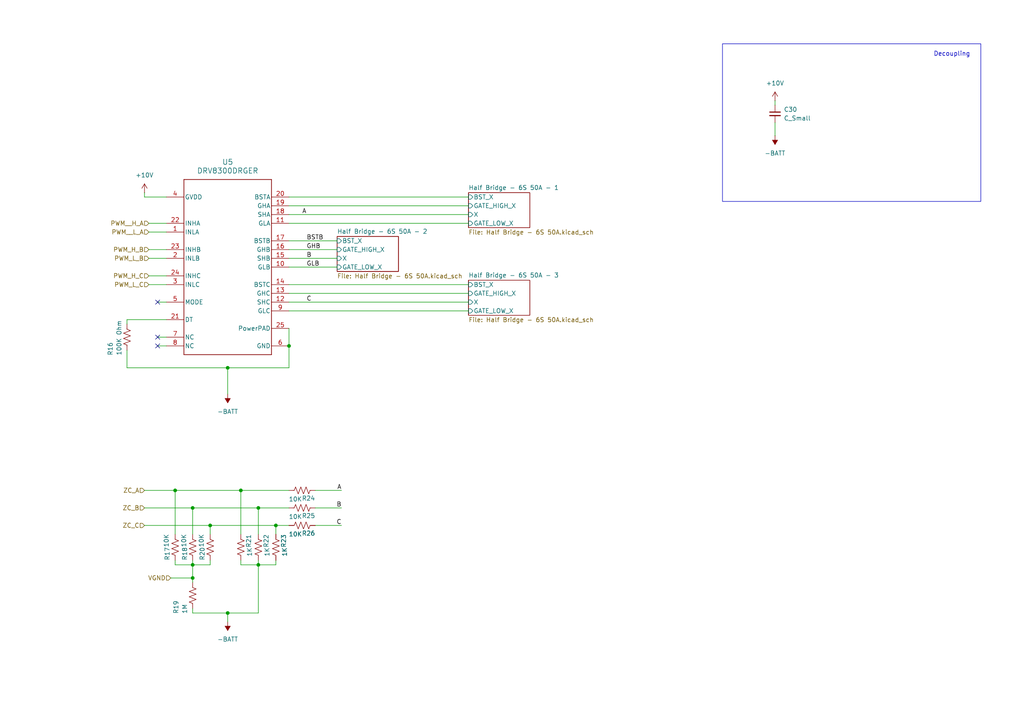
<source format=kicad_sch>
(kicad_sch (version 20231120) (generator "eeschema") (generator_version "8.0")
  (paper "A4")
  (lib_symbols
    (symbol "+10V_1" (power) (pin_numbers hide) (pin_names (offset 0) hide)
      (property "Value" "+10V" (at 0 5.08 0))
      (symbol "+10V_1_0_1"
        (polyline (pts (xy -0.762 1.27) (xy 0 2.54)))
        (polyline (pts (xy 0 0) (xy 0 2.54)))
        (polyline (pts (xy 0 2.54) (xy 0.762 1.27)))
      )
      (symbol "+10V_1_1_1"
        (pin power_out line (at 0 0 90) (length 0) (name "~") (number "1"))
      )
    )
    (symbol "-BATT_2" (power) (pin_numbers hide) (pin_names (offset 0) hide)
      (property "Value" "-BATT" (at 0 3.556 0))
      (symbol "-BATT_2_0_1"
        (polyline (pts (xy 0 0) (xy 0 2.54)))
        (polyline (pts (xy 0.762 1.27) (xy -0.762 1.27) (xy 0 2.54) (xy 0.762 1.27)) (fill (type outline)))
      )
      (symbol "-BATT_2_1_1"
        (pin power_in line (at 0 0 90) (length 0) (name "~") (number "1"))
      )
    )
    (symbol "Device:C_Small" (pin_numbers hide) (pin_names (offset 0.254) hide)
      (property "Reference" "C" (at 0.254 1.778 0))
      (property "Value" "C_Small" (at 0.254 -2.032 0))
      (symbol "C_Small_0_1"
        (polyline (pts (xy -1.524 -0.508) (xy 1.524 -0.508)) (stroke (width 0.3302)))
        (polyline (pts (xy -1.524 0.508) (xy 1.524 0.508)) (stroke (width 0.3048)))
      )
      (symbol "C_Small_1_1"
        (pin passive line (at 0 2.54 270) (length 2.032) (name "~") (number "1"))
        (pin passive line (at 0 -2.54 90) (length 2.032) (name "~") (number "2"))
      )
    )
    (symbol "Device:R_US" (pin_numbers hide) (pin_names (offset 0))
      (property "Reference" "R" (at 2.54 0 90))
      (property "Value" "R_US" (at -2.54 0 90))
      (symbol "R_US_0_1"
        (polyline (pts (xy 0 -2.286) (xy 0 -2.54)))
        (polyline (pts (xy 0 2.286) (xy 0 2.54)))
        (polyline (pts (xy 0 -0.762) (xy 1.016 -1.143) (xy 0 -1.524) (xy -1.016 -1.905) (xy 0 -2.286)))
        (polyline (pts (xy 0 0.762) (xy 1.016 0.381) (xy 0 0) (xy -1.016 -0.381) (xy 0 -0.762)))
        (polyline (pts (xy 0 2.286) (xy 1.016 1.905) (xy 0 1.524) (xy -1.016 1.143) (xy 0 0.762)))
      )
      (symbol "R_US_1_1"
        (pin passive line (at 0 3.81 270) (length 1.27) (name "~") (number "1"))
        (pin passive line (at 0 -3.81 90) (length 1.27) (name "~") (number "2"))
      )
    )
    (symbol "Ti Driver:DRV8300DRGER" (pin_names (offset 0.254))
      (property "Reference" "U1" (at 17.78 10.16 0))
      (property "Value" "DRV8300DRGER" (at 17.78 7.62 0))
      (symbol "DRV8300DRGER_0_1"
        (polyline (pts (xy 5.08 -45.72) (xy 30.48 -45.72)) (stroke (width 0.2032)))
        (polyline (pts (xy 5.08 5.08) (xy 5.08 -45.72)) (stroke (width 0.2032)))
        (polyline (pts (xy 30.48 -45.72) (xy 30.48 5.08)) (stroke (width 0.2032)))
        (polyline (pts (xy 30.48 5.08) (xy 5.08 5.08)) (stroke (width 0.2032)))
        (pin input line (at 0 -10.16 0) (length 5.08) (name "INLA") (number "1"))
        (pin output line (at 35.56 -20.32 180) (length 5.08) (name "GLB") (number "10"))
        (pin output line (at 35.56 -7.62 180) (length 5.08) (name "GLA") (number "11"))
        (pin input line (at 35.56 -30.48 180) (length 5.08) (name "SHC") (number "12"))
        (pin output line (at 35.56 -27.94 180) (length 5.08) (name "GHC") (number "13"))
        (pin output line (at 35.56 -25.4 180) (length 5.08) (name "BSTC") (number "14"))
        (pin input line (at 35.56 -17.78 180) (length 5.08) (name "SHB") (number "15"))
        (pin output line (at 35.56 -15.24 180) (length 5.08) (name "GHB") (number "16"))
        (pin output line (at 35.56 -12.7 180) (length 5.08) (name "BSTB") (number "17"))
        (pin input line (at 35.56 -5.08 180) (length 5.08) (name "SHA") (number "18"))
        (pin output line (at 35.56 -2.54 180) (length 5.08) (name "GHA") (number "19"))
        (pin input line (at 0 -17.78 0) (length 5.08) (name "INLB") (number "2"))
        (pin output line (at 35.56 0 180) (length 5.08) (name "BSTA") (number "20"))
        (pin input line (at 0 -35.56 0) (length 5.08) (name "DT") (number "21"))
        (pin input line (at 0 -7.62 0) (length 5.08) (name "INHA") (number "22"))
        (pin input line (at 0 -15.24 0) (length 5.08) (name "INHB") (number "23"))
        (pin input line (at 0 -22.86 0) (length 5.08) (name "INHC") (number "24"))
        (pin power_in line (at 35.56 -38.1 180) (length 5.08) (name "PowerPAD") (number "25"))
        (pin input line (at 0 -25.4 0) (length 5.08) (name "INLC") (number "3"))
        (pin power_in line (at 0 0 0) (length 5.08) (name "GVDD") (number "4"))
        (pin input line (at 0 -30.48 0) (length 5.08) (name "MODE") (number "5"))
        (pin power_in line (at 35.56 -43.18 180) (length 5.08) (name "GND") (number "6"))
        (pin unspecified line (at 0 -40.64 0) (length 5.08) (name "NC") (number "7"))
        (pin unspecified line (at 0 -43.18 0) (length 5.08) (name "NC") (number "8"))
        (pin output line (at 35.56 -33.02 180) (length 5.08) (name "GLC") (number "9"))
      )
    )
    (symbol "power:+10V" (power) (pin_numbers hide) (pin_names (offset 0) hide)
      (property "Value" "+10V" (at 0 3.556 0))
      (symbol "+10V_0_1"
        (polyline (pts (xy -0.762 1.27) (xy 0 2.54)))
        (polyline (pts (xy 0 0) (xy 0 2.54)))
        (polyline (pts (xy 0 2.54) (xy 0.762 1.27)))
      )
      (symbol "+10V_1_1"
        (pin power_in line (at 0 0 90) (length 0) (name "~") (number "1"))
      )
    )
    (symbol "power:-BATT" (power) (pin_numbers hide) (pin_names (offset 0) hide)
      (property "Value" "-BATT" (at 0 3.556 0))
      (symbol "-BATT_0_1"
        (polyline (pts (xy 0 0) (xy 0 2.54)))
        (polyline (pts (xy 0.762 1.27) (xy -0.762 1.27) (xy 0 2.54) (xy 0.762 1.27)) (fill (type outline)))
      )
      (symbol "-BATT_1_1"
        (pin power_in line (at 0 0 90) (length 0) (name "~") (number "1"))
      )
    )
  )
  (junction (at 83.82 100.33))
  (junction (at 80.01 152.4))
  (junction (at 55.88 147.32))
  (junction (at 55.88 167.64))
  (junction (at 55.88 163.83))
  (junction (at 60.96 152.4))
  (junction (at 50.8 142.24))
  (junction (at 69.85 142.24))
  (junction (at 74.93 163.83))
  (junction (at 74.93 147.32))
  (junction (at 66.04 106.68))
  (junction (at 66.04 177.8))
  (no_connect (at 45.72 87.63))
  (no_connect (at 45.72 97.79))
  (no_connect (at 45.72 100.33))
  (wire (pts (xy 83.82 95.25) (xy 83.82 100.33)))
  (wire (pts (xy 74.93 163.83) (xy 80.01 163.83)))
  (wire (pts (xy 69.85 163.83) (xy 74.93 163.83)))
  (wire (pts (xy 224.79 39.37) (xy 224.79 35.56)))
  (wire (pts (xy 83.82 90.17) (xy 135.89 90.17)))
  (wire (pts (xy 83.82 74.93) (xy 97.79 74.93)))
  (wire (pts (xy 41.91 152.4) (xy 60.96 152.4)))
  (wire (pts (xy 49.53 167.64) (xy 55.88 167.64)))
  (wire (pts (xy 69.85 142.24) (xy 83.82 142.24)))
  (wire (pts (xy 83.82 72.39) (xy 97.79 72.39)))
  (wire (pts (xy 83.82 59.69) (xy 135.89 59.69)))
  (wire (pts (xy 66.04 177.8) (xy 66.04 180.34)))
  (wire (pts (xy 80.01 162.56) (xy 80.01 163.83)))
  (wire (pts (xy 83.82 69.85) (xy 97.79 69.85)))
  (wire (pts (xy 55.88 162.56) (xy 55.88 163.83)))
  (wire (pts (xy 43.18 82.55) (xy 48.26 82.55)))
  (wire (pts (xy 66.04 114.3) (xy 66.04 106.68)))
  (wire (pts (xy 83.82 87.63) (xy 135.89 87.63)))
  (wire (pts (xy 66.04 106.68) (xy 83.82 106.68)))
  (wire (pts (xy 43.18 72.39) (xy 48.26 72.39)))
  (wire (pts (xy 45.72 87.63) (xy 48.26 87.63)))
  (wire (pts (xy 41.91 147.32) (xy 55.88 147.32)))
  (wire (pts (xy 41.91 142.24) (xy 50.8 142.24)))
  (wire (pts (xy 60.96 152.4) (xy 60.96 154.94)))
  (wire (pts (xy 55.88 147.32) (xy 55.88 154.94)))
  (wire (pts (xy 43.18 67.31) (xy 48.26 67.31)))
  (wire (pts (xy 74.93 162.56) (xy 74.93 163.83)))
  (wire (pts (xy 55.88 176.53) (xy 55.88 177.8)))
  (wire (pts (xy 69.85 162.56) (xy 69.85 163.83)))
  (wire (pts (xy 41.91 57.15) (xy 48.26 57.15)))
  (wire (pts (xy 80.01 152.4) (xy 83.82 152.4)))
  (wire (pts (xy 50.8 142.24) (xy 69.85 142.24)))
  (wire (pts (xy 224.79 29.21) (xy 224.79 30.48)))
  (wire (pts (xy 83.82 64.77) (xy 135.89 64.77)))
  (wire (pts (xy 36.83 92.71) (xy 48.26 92.71)))
  (wire (pts (xy 83.82 57.15) (xy 135.89 57.15)))
  (wire (pts (xy 60.96 152.4) (xy 80.01 152.4)))
  (wire (pts (xy 74.93 147.32) (xy 74.93 154.94)))
  (wire (pts (xy 50.8 163.83) (xy 55.88 163.83)))
  (wire (pts (xy 91.44 147.32) (xy 99.06 147.32)))
  (wire (pts (xy 43.18 80.01) (xy 48.26 80.01)))
  (wire (pts (xy 55.88 177.8) (xy 66.04 177.8)))
  (wire (pts (xy 55.88 163.83) (xy 60.96 163.83)))
  (wire (pts (xy 55.88 167.64) (xy 55.88 168.91)))
  (wire (pts (xy 36.83 92.71) (xy 36.83 93.98)))
  (wire (pts (xy 45.72 97.79) (xy 48.26 97.79)))
  (wire (pts (xy 74.93 177.8) (xy 66.04 177.8)))
  (wire (pts (xy 43.18 74.93) (xy 48.26 74.93)))
  (wire (pts (xy 50.8 142.24) (xy 50.8 154.94)))
  (wire (pts (xy 91.44 142.24) (xy 99.06 142.24)))
  (wire (pts (xy 36.83 106.68) (xy 66.04 106.68)))
  (wire (pts (xy 74.93 163.83) (xy 74.93 177.8)))
  (wire (pts (xy 41.91 55.88) (xy 41.91 57.15)))
  (wire (pts (xy 74.93 147.32) (xy 83.82 147.32)))
  (wire (pts (xy 69.85 142.24) (xy 69.85 154.94)))
  (wire (pts (xy 50.8 162.56) (xy 50.8 163.83)))
  (wire (pts (xy 83.82 85.09) (xy 135.89 85.09)))
  (wire (pts (xy 83.82 62.23) (xy 135.89 62.23)))
  (wire (pts (xy 83.82 77.47) (xy 97.79 77.47)))
  (wire (pts (xy 91.44 152.4) (xy 99.06 152.4)))
  (wire (pts (xy 83.82 106.68) (xy 83.82 100.33)))
  (wire (pts (xy 43.18 64.77) (xy 48.26 64.77)))
  (wire (pts (xy 36.83 101.6) (xy 36.83 106.68)))
  (wire (pts (xy 60.96 162.56) (xy 60.96 163.83)))
  (wire (pts (xy 55.88 163.83) (xy 55.88 167.64)))
  (wire (pts (xy 45.72 100.33) (xy 48.26 100.33)))
  (wire (pts (xy 55.88 147.32) (xy 74.93 147.32)))
  (wire (pts (xy 83.82 82.55) (xy 135.89 82.55)))
  (wire (pts (xy 80.01 152.4) (xy 80.01 154.94)))
  (rectangle (start 209.55 12.7) (end 284.48 58.42))
  (text "Decoupling\n" (at 276.098 15.748 0) (effects (font (size 1.27 1.27))))
  (label "GHB" (at 88.9 72.39 0))
  (label "BSTB" (at 88.9 69.85 0))
  (label "A" (at 88.9 62.23 180))
  (label "GLB" (at 88.9 77.47 0))
  (label "C" (at 88.9 87.63 0))
  (label "B" (at 99.06 147.32 180))
  (label "B" (at 88.9 74.93 0))
  (label "C" (at 99.06 152.4 180))
  (label "A" (at 99.06 142.24 180))
  (hierarchical_label "ZC_B" (shape input) (at 41.91 147.32 180))
  (hierarchical_label "PWM_H_C" (shape input) (at 43.18 80.01 180))
  (hierarchical_label "ZC_A" (shape input) (at 41.91 142.24 180))
  (hierarchical_label "PWM__H_A" (shape input) (at 43.18 64.77 180))
  (hierarchical_label "PWM_L_C" (shape input) (at 43.18 82.55 180))
  (hierarchical_label "PWM_L_B" (shape input) (at 43.18 74.93 180))
  (hierarchical_label "ZC_C" (shape input) (at 41.91 152.4 180))
  (hierarchical_label "VGND" (shape input) (at 49.53 167.64 180))
  (hierarchical_label "PWM__L_A" (shape input) (at 43.18 67.31 180))
  (hierarchical_label "PWM_H_B" (shape input) (at 43.18 72.39 180))
  (symbol (lib_id "Device:R_US") (at 69.85 158.75 180) (unit 1)
    (property "Reference" "R8" (at 72.136 154.94 90) (effects (justify left)))
    (property "Value" "1K" (at 72.39 158.75 90) (effects (justify left)))
    (property "Footprint" "Resistor_SMD:R_0402_1005Metric" (effects (hide yes)))
    (property "Description" "Resistor, US symbol" (effects (hide yes)))
    (instances (project "ESC" (path "" (reference "R21") (unit 1)) (path "" (reference "R8") (unit 1)) (path "" (reference "R47") (unit 1)) (path "" (reference "R34") (unit 1))))
  )
  (symbol (lib_name "+10V_1") (lib_id "power:+10V") (at 41.91 55.88 0) (unit 1)
    (property "Reference" "#PWR021" (effects (hide yes)))
    (property "Value" "+10V" (at 41.91 50.8 0))
    (property "Description" "Power symbol creates a global label with name \"+10V\"" (effects (hide yes)))
    (instances (project "ESC" (path "" (reference "#PWR038") (unit 1)) (path "" (reference "#PWR021") (unit 1)) (path "" (reference "#PWR072") (unit 1)) (path "" (reference "#PWR055") (unit 1))))
  )
  (symbol (lib_id "Ti Driver:DRV8300DRGER") (at 48.26 57.15 0) (unit 1)
    (property "Reference" "U3" (at 66.04 46.99 0) (effects (font (size 1.524 1.524))))
    (property "Value" "DRV8300DRGER" (at 66.04 49.53 0) (effects (font (size 1.524 1.524))))
    (property "Footprint" "TI Driver:RGE0024B-MFG" (effects (hide yes)))
    (property "Datasheet" "DRV8300DRGER" (effects (hide yes)))
    (instances (project "ESC" (path "" (reference "U5") (unit 1)) (path "" (reference "U3") (unit 1)) (path "" (reference "U9") (unit 1)) (path "" (reference "U7") (unit 1))))
  )
  (symbol (lib_id "Device:R_US") (at 60.96 158.75 0) (unit 1)
    (property "Reference" "R7" (at 58.674 162.56 90) (effects (justify left)))
    (property "Value" "10K" (at 58.42 158.75 90) (effects (justify left)))
    (property "Footprint" "Resistor_SMD:R_0402_1005Metric" (effects (hide yes)))
    (property "Description" "Resistor, US symbol" (effects (hide yes)))
    (instances (project "ESC" (path "" (reference "R20") (unit 1)) (path "" (reference "R7") (unit 1)) (path "" (reference "R46") (unit 1)) (path "" (reference "R33") (unit 1))))
  )
  (symbol (lib_id "Device:R_US") (at 87.63 152.4 90) (unit 1)
    (property "Reference" "R13" (at 91.44 154.686 90) (effects (justify left)))
    (property "Value" "10K" (at 87.63 154.94 90) (effects (justify left)))
    (property "Footprint" "Resistor_SMD:R_0402_1005Metric" (effects (hide yes)))
    (property "Description" "Resistor, US symbol" (effects (hide yes)))
    (instances (project "ESC" (path "" (reference "R26") (unit 1)) (path "" (reference "R13") (unit 1)) (path "" (reference "R52") (unit 1)) (path "" (reference "R39") (unit 1))))
  )
  (symbol (lib_id "Device:R_US") (at 36.83 97.79 0) (unit 1)
    (property "Reference" "R3" (at 32.004 103.124 90) (effects (justify left)))
    (property "Value" "100K Ohm" (at 34.544 103.124 90) (effects (justify left)))
    (property "Footprint" "Resistor_SMD:R_0402_1005Metric" (effects (hide yes)))
    (property "Description" "Resistor, US symbol" (effects (hide yes)))
    (instances (project "ESC" (path "" (reference "R16") (unit 1)) (path "" (reference "R3") (unit 1)) (path "" (reference "R42") (unit 1)) (path "" (reference "R29") (unit 1))))
  )
  (symbol (lib_id "Device:R_US") (at 87.63 142.24 90) (unit 1)
    (property "Reference" "R11" (at 91.44 144.526 90) (effects (justify left)))
    (property "Value" "10K" (at 87.63 144.78 90) (effects (justify left)))
    (property "Footprint" "Resistor_SMD:R_0402_1005Metric" (effects (hide yes)))
    (property "Description" "Resistor, US symbol" (effects (hide yes)))
    (instances (project "ESC" (path "" (reference "R24") (unit 1)) (path "" (reference "R11") (unit 1)) (path "" (reference "R50") (unit 1)) (path "" (reference "R37") (unit 1))))
  )
  (symbol (lib_id "Device:C_Small") (at 224.79 33.02 0) (unit 1)
    (property "Reference" "C24" (at 227.33 31.7562 0) (effects (justify left)))
    (property "Value" "C_Small" (at 227.33 34.2962 0) (effects (justify left)))
    (property "Footprint" "Capacitor_SMD:C_0603_1608Metric" (effects (hide yes)))
    (property "Description" "Unpolarized capacitor, small symbol" (effects (hide yes)))
    (instances (project "ESC" (path "" (reference "C30") (unit 1)) (path "" (reference "C24") (unit 1)) (path "" (reference "C43") (unit 1)) (path "" (reference "C37") (unit 1))))
  )
  (symbol (lib_id "Device:R_US") (at 80.01 158.75 180) (unit 1)
    (property "Reference" "R10" (at 82.296 154.94 90) (effects (justify left)))
    (property "Value" "1K" (at 82.55 158.75 90) (effects (justify left)))
    (property "Footprint" "Resistor_SMD:R_0402_1005Metric" (effects (hide yes)))
    (property "Description" "Resistor, US symbol" (effects (hide yes)))
    (instances (project "ESC" (path "" (reference "R23") (unit 1)) (path "" (reference "R10") (unit 1)) (path "" (reference "R49") (unit 1)) (path "" (reference "R36") (unit 1))))
  )
  (symbol (lib_id "power:+10V") (at 224.79 29.21 0) (unit 1)
    (property "Reference" "#PWR024" (effects (hide yes)))
    (property "Value" "+10V" (at 224.79 24.13 0))
    (property "Description" "Power symbol creates a global label with name \"+10V\"" (effects (hide yes)))
    (instances (project "ESC" (path "" (reference "#PWR041") (unit 1)) (path "" (reference "#PWR024") (unit 1)) (path "" (reference "#PWR075") (unit 1)) (path "" (reference "#PWR058") (unit 1))))
  )
  (symbol (lib_name "-BATT_2") (lib_id "power:-BATT") (at 66.04 180.34 180) (unit 1)
    (property "Reference" "#PWR040" (effects (hide yes)))
    (property "Value" "-BATT" (at 66.04 185.42 0))
    (property "Description" "Power symbol creates a global label with name \"-BATT\"" (effects (hide yes)))
    (instances (project "ESC" (path "" (reference "#PWR040") (unit 1)) (path "" (reference "#PWR023") (unit 1)) (path "" (reference "#PWR074") (unit 1)) (path "" (reference "#PWR057") (unit 1))))
  )
  (symbol (lib_id "Device:R_US") (at 55.88 172.72 0) (unit 1)
    (property "Reference" "R6" (at 51.054 178.054 90) (effects (justify left)))
    (property "Value" "1M" (at 53.594 178.054 90) (effects (justify left)))
    (property "Footprint" "Resistor_SMD:R_0402_1005Metric" (effects (hide yes)))
    (property "Description" "Resistor, US symbol" (effects (hide yes)))
    (instances (project "ESC" (path "" (reference "R19") (unit 1)) (path "" (reference "R6") (unit 1)) (path "" (reference "R45") (unit 1)) (path "" (reference "R32") (unit 1))))
  )
  (symbol (lib_id "Device:R_US") (at 50.8 158.75 0) (unit 1)
    (property "Reference" "R4" (at 48.514 162.56 90) (effects (justify left)))
    (property "Value" "10K" (at 48.26 158.75 90) (effects (justify left)))
    (property "Footprint" "Resistor_SMD:R_0402_1005Metric" (effects (hide yes)))
    (property "Description" "Resistor, US symbol" (effects (hide yes)))
    (instances (project "ESC" (path "" (reference "R17") (unit 1)) (path "" (reference "R4") (unit 1)) (path "" (reference "R43") (unit 1)) (path "" (reference "R30") (unit 1))))
  )
  (symbol (lib_id "power:-BATT") (at 66.04 114.3 180) (unit 1)
    (property "Reference" "#PWR022" (effects (hide yes)))
    (property "Value" "-BATT" (at 66.04 119.38 0))
    (property "Description" "Power symbol creates a global label with name \"-BATT\"" (effects (hide yes)))
    (instances (project "" (path "" (reference "#PWR039") (unit 1)) (path "" (reference "#PWR022") (unit 1)) (path "" (reference "#PWR073") (unit 1)) (path "" (reference "#PWR056") (unit 1))))
  )
  (symbol (lib_id "Device:R_US") (at 55.88 158.75 0) (unit 1)
    (property "Reference" "R5" (at 53.594 162.56 90) (effects (justify left)))
    (property "Value" "10K" (at 53.34 158.75 90) (effects (justify left)))
    (property "Footprint" "Resistor_SMD:R_0402_1005Metric" (effects (hide yes)))
    (property "Description" "Resistor, US symbol" (effects (hide yes)))
    (instances (project "ESC" (path "" (reference "R18") (unit 1)) (path "" (reference "R5") (unit 1)) (path "" (reference "R44") (unit 1)) (path "" (reference "R31") (unit 1))))
  )
  (symbol (lib_id "Device:R_US") (at 74.93 158.75 180) (unit 1)
    (property "Reference" "R9" (at 77.216 154.94 90) (effects (justify left)))
    (property "Value" "1K" (at 77.47 158.75 90) (effects (justify left)))
    (property "Footprint" "Resistor_SMD:R_0402_1005Metric" (effects (hide yes)))
    (property "Description" "Resistor, US symbol" (effects (hide yes)))
    (instances (project "ESC" (path "" (reference "R22") (unit 1)) (path "" (reference "R9") (unit 1)) (path "" (reference "R48") (unit 1)) (path "" (reference "R35") (unit 1))))
  )
  (symbol (lib_id "power:-BATT") (at 224.79 39.37 180) (unit 1)
    (property "Reference" "#PWR042" (effects (hide yes)))
    (property "Value" "-BATT" (at 224.79 44.45 0))
    (property "Description" "Power symbol creates a global label with name \"-BATT\"" (effects (hide yes)))
    (instances (project "ESC" (path "" (reference "#PWR042") (unit 1)) (path "" (reference "#PWR025") (unit 1)) (path "" (reference "#PWR076") (unit 1)) (path "" (reference "#PWR059") (unit 1))))
  )
  (symbol (lib_id "Device:R_US") (at 87.63 147.32 90) (unit 1)
    (property "Reference" "R12" (at 91.44 149.606 90) (effects (justify left)))
    (property "Value" "10K" (at 87.63 149.86 90) (effects (justify left)))
    (property "Footprint" "Resistor_SMD:R_0402_1005Metric" (effects (hide yes)))
    (property "Description" "Resistor, US symbol" (effects (hide yes)))
    (instances (project "ESC" (path "" (reference "R25") (unit 1)) (path "" (reference "R12") (unit 1)) (path "" (reference "R51") (unit 1)) (path "" (reference "R38") (unit 1))))
  )
  (sheet (at 135.89 55.88) (size 17.78 10.16) (stroke (width 0.1524))
    (property "Sheetname" "Half Bridge - 6S 50A - 1" (at 135.89 55.1684 0) (effects (justify left bottom)))
    (property "Sheetfile" "Half Bridge - 6S 50A.kicad_sch" (at 135.89 66.6246 0) (effects (justify left top)))
    (pin "BST_X" input (at 135.89 57.15 180))
    (pin "GATE_LOW_X" input (at 135.89 64.77 180))
    (pin "GATE_HIGH_X" input (at 135.89 59.69 180))
    (pin "X" input (at 135.89 62.23 180))
  )
  (sheet (at 135.89 81.28) (size 17.78 10.16) (stroke (width 0.1524))
    (property "Sheetname" "Half Bridge - 6S 50A - 3" (at 135.89 80.5684 0) (effects (justify left bottom)))
    (property "Sheetfile" "Half Bridge - 6S 50A.kicad_sch" (at 135.89 92.0246 0) (effects (justify left top)))
    (pin "BST_X" input (at 135.89 82.55 180))
    (pin "GATE_LOW_X" input (at 135.89 90.17 180))
    (pin "GATE_HIGH_X" input (at 135.89 85.09 180))
    (pin "X" input (at 135.89 87.63 180))
  )
  (sheet (at 97.79 68.58) (size 17.78 10.16) (stroke (width 0.1524))
    (property "Sheetname" "Half Bridge - 6S 50A - 2" (at 97.79 67.8684 0) (effects (justify left bottom)))
    (property "Sheetfile" "Half Bridge - 6S 50A.kicad_sch" (at 97.79 79.3246 0) (effects (justify left top)))
    (pin "BST_X" input (at 97.79 69.85 180))
    (pin "GATE_LOW_X" input (at 97.79 77.47 180))
    (pin "GATE_HIGH_X" input (at 97.79 72.39 180))
    (pin "X" input (at 97.79 74.93 180))
  )
)
</source>
